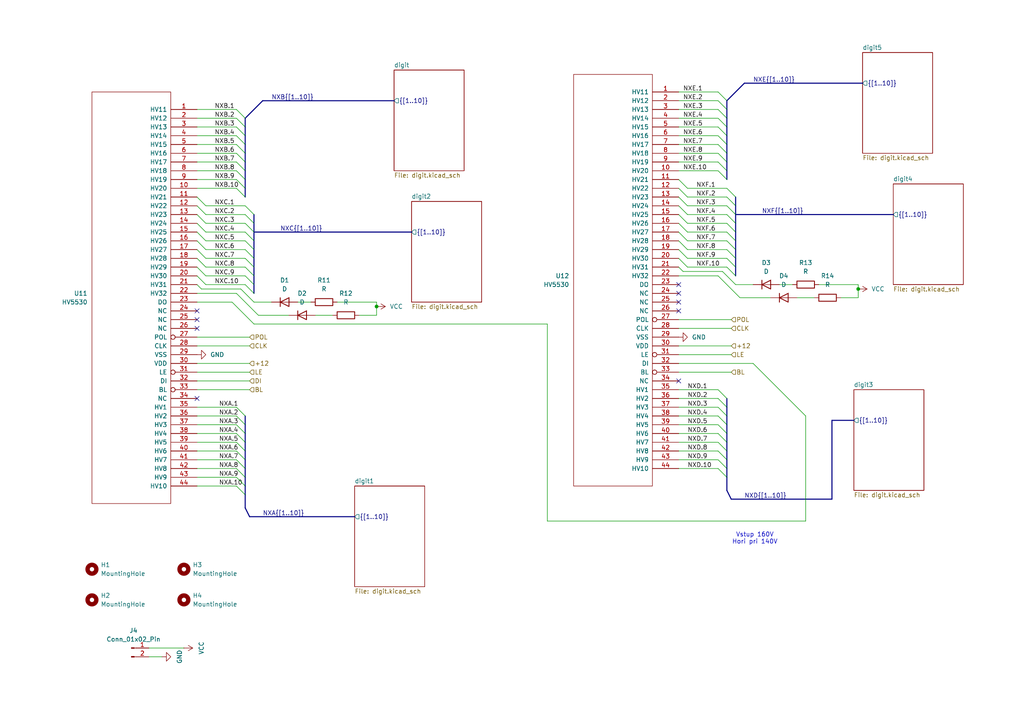
<source format=kicad_sch>
(kicad_sch (version 20250114) (generator "eeschema") (generator_version "9.0")
  (paper "A4")
  (title_block (title "6 digit nixie clock") (date "2025-04-11") (rev "0.1") (company "Tomas Kouba"))
  (lib_symbols
    (symbol "Connector:Conn_01x02_Pin" (pin_names (offset 1.016) (hide yes))
      (property "Reference" "J" (at 0 2.54 0))
      (property "Value" "Conn_01x02_Pin" (at 0 -5.08 0))
      (symbol "Conn_01x02_Pin_1_1"
        (rectangle (start 0.8636 0.127) (end 0 -0.127) (stroke (width 0.1524)) (fill (type outline)))
        (rectangle (start 0.8636 -2.413) (end 0 -2.667) (stroke (width 0.1524)) (fill (type outline)))
        (polyline (pts (xy 1.27 0) (xy 0.8636 0)) (stroke (width 0.1524)))
        (polyline (pts (xy 1.27 -2.54) (xy 0.8636 -2.54)) (stroke (width 0.1524)))
        (pin passive line (at 5.08 0 180) (length 3.81) (name "Pin_1") (number "1"))
        (pin passive line (at 5.08 -2.54 180) (length 3.81) (name "Pin_2") (number "2"))
      )
    )
    (symbol "Device:D" (pin_numbers (hide yes)) (pin_names (offset 1.016) (hide yes))
      (property "Reference" "D" (at 0 2.54 0))
      (property "Value" "D" (at 0 -2.54 0))
      (symbol "D_0_1"
        (polyline (pts (xy -1.27 1.27) (xy -1.27 -1.27)) (stroke (width 0.254)))
        (polyline (pts (xy 1.27 1.27) (xy 1.27 -1.27) (xy -1.27 0) (xy 1.27 1.27)) (stroke (width 0.254)))
        (polyline (pts (xy 1.27 0) (xy -1.27 0)))
      )
      (symbol "D_1_1"
        (pin passive line (at -3.81 0 0) (length 2.54) (name "K") (number "1"))
        (pin passive line (at 3.81 0 180) (length 2.54) (name "A") (number "2"))
      )
    )
    (symbol "Device:R" (pin_numbers (hide yes)) (pin_names (offset 0))
      (property "Reference" "R" (at 2.032 0 90))
      (property "Value" "R" (at 0 0 90))
      (symbol "R_0_1"
        (rectangle (start -1.016 -2.54) (end 1.016 2.54) (stroke (width 0.254)))
      )
      (symbol "R_1_1"
        (pin passive line (at 0 3.81 270) (length 1.27) (name "~") (number "1"))
        (pin passive line (at 0 -3.81 90) (length 1.27) (name "~") (number "2"))
      )
    )
    (symbol "Mechanical:MountingHole" (pin_names (offset 1.016)) (exclude_from_sim yes) (in_bom no)
      (property "Reference" "H" (at 0 5.08 0))
      (property "Value" "MountingHole" (at 0 3.175 0))
      (symbol "MountingHole_0_1"
        (circle (center 0 0) (radius 1.27) (stroke (width 1.27)))
      )
    )
    (symbol "power:GND" (power) (pin_numbers (hide yes)) (pin_names (offset 0) (hide yes))
      (property "Value" "GND" (at 0 -3.81 0))
      (symbol "GND_0_1"
        (polyline (pts (xy 0 0) (xy 0 -1.27) (xy 1.27 -1.27) (xy 0 -2.54) (xy -1.27 -1.27) (xy 0 -1.27)))
      )
      (symbol "GND_1_1"
        (pin power_in line (at 0 0 270) (length 0) (name "~") (number "1"))
      )
    )
    (symbol "power:VCC" (power) (pin_numbers (hide yes)) (pin_names (offset 0) (hide yes))
      (property "Value" "VCC" (at 0 3.556 0))
      (symbol "VCC_0_1"
        (polyline (pts (xy -0.762 1.27) (xy 0 2.54)))
        (polyline (pts (xy 0 2.54) (xy 0.762 1.27)))
        (polyline (pts (xy 0 0) (xy 0 2.54)))
      )
      (symbol "VCC_1_1"
        (pin power_in line (at 0 0 90) (length 0) (name "~") (number "1"))
      )
    )
    (symbol "tomas_lib:HV5530" (pin_names (offset 1.016))
      (property "Reference" "U" (at 0 -2.54 0))
      (property "Value" "HV5530" (at 0 2.54 0))
      (symbol "HV5530_1_0"
        (rectangle (start -11.43 -59.69) (end 11.43 59.69))
      )
      (symbol "HV5530_1_1"
        (pin output line (at -19.05 54.61 0) (length 7.62) (name "HV11") (number "1"))
        (pin output line (at -19.05 52.07 0) (length 7.62) (name "HV12") (number "2"))
        (pin output line (at -19.05 49.53 0) (length 7.62) (name "HV13") (number "3"))
        (pin output line (at -19.05 46.99 0) (length 7.62) (name "HV14") (number "4"))
        (pin output line (at -19.05 44.45 0) (length 7.62) (name "HV15") (number "5"))
        (pin output line (at -19.05 41.91 0) (length 7.62) (name "HV16") (number "6"))
        (pin output line (at -19.05 39.37 0) (length 7.62) (name "HV17") (number "7"))
        (pin output line (at -19.05 36.83 0) (length 7.62) (name "HV18") (number "8"))
        (pin output line (at -19.05 34.29 0) (length 7.62) (name "HV19") (number "9"))
        (pin output line (at -19.05 31.75 0) (length 7.62) (name "HV20") (number "10"))
        (pin output line (at -19.05 29.21 0) (length 7.62) (name "HV21") (number "11"))
        (pin output line (at -19.05 26.67 0) (length 7.62) (name "HV22") (number "12"))
        (pin output line (at -19.05 24.13 0) (length 7.62) (name "HV23") (number "13"))
        (pin output line (at -19.05 21.59 0) (length 7.62) (name "HV24") (number "14"))
        (pin output line (at -19.05 19.05 0) (length 7.62) (name "HV25") (number "15"))
        (pin output line (at -19.05 16.51 0) (length 7.62) (name "HV26") (number "16"))
        (pin output line (at -19.05 13.97 0) (length 7.62) (name "HV27") (number "17"))
        (pin output line (at -19.05 11.43 0) (length 7.62) (name "HV28") (number "18"))
        (pin output line (at -19.05 8.89 0) (length 7.62) (name "HV29") (number "19"))
        (pin output line (at -19.05 6.35 0) (length 7.62) (name "HV30") (number "20"))
        (pin output line (at -19.05 3.81 0) (length 7.62) (name "HV31") (number "21"))
        (pin output line (at -19.05 1.27 0) (length 7.62) (name "HV32") (number "22"))
        (pin input line (at -19.05 -1.27 0) (length 7.62) (name "DO") (number "23"))
        (pin input line (at -19.05 -3.81 0) (length 7.62) (name "NC") (number "24"))
        (pin input line (at -19.05 -6.35 0) (length 7.62) (name "NC") (number "25"))
        (pin input line (at -19.05 -8.89 0) (length 7.62) (name "NC") (number "26"))
        (pin input inverted (at -19.05 -11.43 0) (length 7.62) (name "POL") (number "27"))
        (pin input line (at -19.05 -13.97 0) (length 7.62) (name "CLK") (number "28"))
        (pin input line (at -19.05 -16.51 0) (length 7.62) (name "VSS") (number "29"))
        (pin input line (at -19.05 -19.05 0) (length 7.62) (name "VDD") (number "30"))
        (pin input inverted (at -19.05 -21.59 0) (length 7.62) (name "LE") (number "31"))
        (pin input line (at -19.05 -24.13 0) (length 7.62) (name "DI") (number "32"))
        (pin input inverted (at -19.05 -26.67 0) (length 7.62) (name "BL") (number "33"))
        (pin input line (at -19.05 -29.21 0) (length 7.62) (name "NC") (number "34"))
        (pin output line (at -19.05 -31.75 0) (length 7.62) (name "HV1") (number "35"))
        (pin output line (at -19.05 -34.29 0) (length 7.62) (name "HV2") (number "36"))
        (pin output line (at -19.05 -36.83 0) (length 7.62) (name "HV3") (number "37"))
        (pin output line (at -19.05 -39.37 0) (length 7.62) (name "HV4") (number "38"))
        (pin output line (at -19.05 -41.91 0) (length 7.62) (name "HV5") (number "39"))
        (pin output line (at -19.05 -44.45 0) (length 7.62) (name "HV6") (number "40"))
        (pin output line (at -19.05 -46.99 0) (length 7.62) (name "HV7") (number "41"))
        (pin output line (at -19.05 -49.53 0) (length 7.62) (name "HV8") (number "42"))
        (pin output line (at -19.05 -52.07 0) (length 7.62) (name "HV9") (number "43"))
        (pin open_collector line (at -19.05 -54.61 0) (length 7.62) (name "HV10") (number "44"))
      )
    )
  )
  (text "Vstup 160V\nHori pri 140V" (at 218.948 156.21 0) (effects (font (size 1.27 1.27))))
  (junction (at 248.92 83.82))
  (junction (at 109.22 88.9))
  (no_connect (at 196.85 82.55))
  (no_connect (at 196.85 85.09))
  (no_connect (at 57.15 95.25))
  (no_connect (at 196.85 110.49))
  (no_connect (at 57.15 115.57))
  (no_connect (at 196.85 90.17))
  (no_connect (at 57.15 92.71))
  (no_connect (at 196.85 87.63))
  (no_connect (at 57.15 90.17))
  (bus_entry (at 208.28 113.03) (size 2.54 2.54))
  (bus_entry (at 210.82 135.89) (size -2.54 -2.54))
  (bus_entry (at 210.82 118.11) (size -2.54 -2.54))
  (bus_entry (at 73.66 77.47) (size -2.54 -2.54))
  (bus_entry (at 210.82 54.61) (size 2.54 2.54))
  (bus_entry (at 210.82 36.83) (size -2.54 -2.54))
  (bus_entry (at 71.12 52.07) (size -2.54 -2.54))
  (bus_entry (at 210.82 128.27) (size -2.54 -2.54))
  (bus_entry (at 71.12 138.43) (size -2.54 -2.54))
  (bus_entry (at 213.36 80.01) (size -2.54 -2.54))
  (bus_entry (at 71.12 54.61) (size -2.54 -2.54))
  (bus_entry (at 73.66 64.77) (size -2.54 -2.54))
  (bus_entry (at 73.66 85.09) (size -2.54 -2.54))
  (bus_entry (at 71.12 128.27) (size -2.54 -2.54))
  (bus_entry (at 210.82 31.75) (size -2.54 -2.54))
  (bus_entry (at 210.82 44.45) (size -2.54 -2.54))
  (bus_entry (at 210.82 130.81) (size -2.54 -2.54))
  (bus_entry (at 73.66 82.55) (size -2.54 -2.54))
  (bus_entry (at 71.12 49.53) (size -2.54 -2.54))
  (bus_entry (at 73.66 69.85) (size -2.54 -2.54))
  (bus_entry (at 213.36 69.85) (size -2.54 -2.54))
  (bus_entry (at 71.12 143.51) (size -2.54 -2.54))
  (bus_entry (at 213.36 62.23) (size -2.54 -2.54))
  (bus_entry (at 73.66 67.31) (size -2.54 -2.54))
  (bus_entry (at 71.12 135.89) (size -2.54 -2.54))
  (bus_entry (at 68.58 31.75) (size 2.54 2.54))
  (bus_entry (at 71.12 140.97) (size -2.54 -2.54))
  (bus_entry (at 68.58 118.11) (size 2.54 2.54))
  (bus_entry (at 71.12 59.69) (size 2.54 2.54))
  (bus_entry (at 210.82 123.19) (size -2.54 -2.54))
  (bus_entry (at 210.82 133.35) (size -2.54 -2.54))
  (bus_entry (at 210.82 34.29) (size -2.54 -2.54))
  (bus_entry (at 210.82 41.91) (size -2.54 -2.54))
  (bus_entry (at 210.82 125.73) (size -2.54 -2.54))
  (bus_entry (at 71.12 130.81) (size -2.54 -2.54))
  (bus_entry (at 210.82 120.65) (size -2.54 -2.54))
  (bus_entry (at 71.12 36.83) (size -2.54 -2.54))
  (bus_entry (at 73.66 80.01) (size -2.54 -2.54))
  (bus_entry (at 210.82 39.37) (size -2.54 -2.54))
  (bus_entry (at 210.82 52.07) (size -2.54 -2.54))
  (bus_entry (at 71.12 46.99) (size -2.54 -2.54))
  (bus_entry (at 71.12 39.37) (size -2.54 -2.54))
  (bus_entry (at 71.12 41.91) (size -2.54 -2.54))
  (bus_entry (at 213.36 74.93) (size -2.54 -2.54))
  (bus_entry (at 213.36 77.47) (size -2.54 -2.54))
  (bus_entry (at 71.12 57.15) (size -2.54 -2.54))
  (bus_entry (at 73.66 74.93) (size -2.54 -2.54))
  (bus_entry (at 210.82 138.43) (size -2.54 -2.54))
  (bus_entry (at 208.28 26.67) (size 2.54 2.54))
  (bus_entry (at 210.82 49.53) (size -2.54 -2.54))
  (bus_entry (at 213.36 67.31) (size -2.54 -2.54))
  (bus_entry (at 73.66 72.39) (size -2.54 -2.54))
  (bus_entry (at 71.12 133.35) (size -2.54 -2.54))
  (bus_entry (at 213.36 59.69) (size -2.54 -2.54))
  (bus_entry (at 71.12 44.45) (size -2.54 -2.54))
  (bus_entry (at 71.12 125.73) (size -2.54 -2.54))
  (bus_entry (at 71.12 123.19) (size -2.54 -2.54))
  (bus_entry (at 213.36 72.39) (size -2.54 -2.54))
  (bus_entry (at 210.82 46.99) (size -2.54 -2.54))
  (bus_entry (at 213.36 64.77) (size -2.54 -2.54))
  (wire (pts (xy 86.36 87.63) (xy 90.17 87.63)))
  (wire (pts (xy 196.85 105.41) (xy 218.44 105.41)))
  (wire (pts (xy 71.12 82.55) (xy 59.69 82.55)))
  (wire (pts (xy 71.12 80.01) (xy 59.69 80.01)))
  (bus (pts (xy 241.3 121.92) (xy 247.65 121.92)))
  (bus (pts (xy 71.12 130.81) (xy 71.12 133.35)))
  (wire (pts (xy 196.85 44.45) (xy 208.28 44.45)))
  (bus (pts (xy 210.82 133.35) (xy 210.82 135.89)))
  (bus (pts (xy 114.3 29.21) (xy 76.2 29.21)))
  (wire (pts (xy 199.39 59.69) (xy 196.85 57.15)))
  (wire (pts (xy 196.85 80.01) (xy 208.28 80.01)))
  (bus (pts (xy 213.36 77.47) (xy 213.36 80.01)))
  (wire (pts (xy 196.85 41.91) (xy 208.28 41.91)))
  (wire (pts (xy 71.12 69.85) (xy 59.69 69.85)))
  (wire (pts (xy 57.15 105.41) (xy 72.39 105.41)))
  (bus (pts (xy 210.82 130.81) (xy 210.82 133.35)))
  (bus (pts (xy 210.82 31.75) (xy 210.82 34.29)))
  (wire (pts (xy 199.39 54.61) (xy 196.85 52.07)))
  (bus (pts (xy 71.12 120.65) (xy 71.12 123.19)))
  (wire (pts (xy 57.15 34.29) (xy 68.58 34.29)))
  (wire (pts (xy 109.22 91.44) (xy 104.14 91.44)))
  (wire (pts (xy 210.82 77.47) (xy 199.39 77.47)))
  (wire (pts (xy 59.69 72.39) (xy 57.15 69.85)))
  (wire (pts (xy 57.15 44.45) (xy 68.58 44.45)))
  (wire (pts (xy 59.69 82.55) (xy 57.15 80.01)))
  (wire (pts (xy 43.18 190.5) (xy 46.99 190.5)))
  (wire (pts (xy 196.85 135.89) (xy 208.28 135.89)))
  (wire (pts (xy 73.66 93.98) (xy 158.75 93.98)))
  (wire (pts (xy 59.69 64.77) (xy 57.15 62.23)))
  (wire (pts (xy 218.44 82.55) (xy 213.36 82.55)))
  (wire (pts (xy 196.85 46.99) (xy 208.28 46.99)))
  (bus (pts (xy 71.12 133.35) (xy 71.12 135.89)))
  (wire (pts (xy 57.15 52.07) (xy 68.58 52.07)))
  (wire (pts (xy 248.92 86.36) (xy 243.84 86.36)))
  (wire (pts (xy 71.12 62.23) (xy 59.69 62.23)))
  (wire (pts (xy 57.15 133.35) (xy 68.58 133.35)))
  (bus (pts (xy 210.82 128.27) (xy 210.82 130.81)))
  (wire (pts (xy 71.12 74.93) (xy 59.69 74.93)))
  (bus (pts (xy 73.66 67.31) (xy 73.66 69.85)))
  (wire (pts (xy 210.82 62.23) (xy 199.39 62.23)))
  (bus (pts (xy 213.36 74.93) (xy 213.36 77.47)))
  (wire (pts (xy 71.12 67.31) (xy 59.69 67.31)))
  (wire (pts (xy 57.15 123.19) (xy 68.58 123.19)))
  (bus (pts (xy 213.36 59.69) (xy 213.36 62.23)))
  (wire (pts (xy 57.15 120.65) (xy 68.58 120.65)))
  (bus (pts (xy 210.82 138.43) (xy 210.82 142.24)))
  (wire (pts (xy 196.85 133.35) (xy 208.28 133.35)))
  (wire (pts (xy 57.15 87.63) (xy 67.31 87.63)))
  (wire (pts (xy 196.85 49.53) (xy 208.28 49.53)))
  (wire (pts (xy 196.85 130.81) (xy 208.28 130.81)))
  (wire (pts (xy 57.15 49.53) (xy 68.58 49.53)))
  (wire (pts (xy 196.85 125.73) (xy 208.28 125.73)))
  (bus (pts (xy 71.12 123.19) (xy 71.12 125.73)))
  (wire (pts (xy 59.69 77.47) (xy 57.15 74.93)))
  (wire (pts (xy 71.12 77.47) (xy 59.69 77.47)))
  (wire (pts (xy 210.82 59.69) (xy 199.39 59.69)))
  (bus (pts (xy 72.39 149.86) (xy 102.87 149.86)))
  (wire (pts (xy 91.44 91.44) (xy 96.52 91.44)))
  (wire (pts (xy 199.39 74.93) (xy 196.85 72.39)))
  (wire (pts (xy 74.93 91.44) (xy 68.58 85.09)))
  (bus (pts (xy 73.66 62.23) (xy 73.66 64.77)))
  (wire (pts (xy 231.14 86.36) (xy 236.22 86.36)))
  (bus (pts (xy 210.82 125.73) (xy 210.82 128.27)))
  (bus (pts (xy 71.12 135.89) (xy 71.12 138.43)))
  (bus (pts (xy 210.82 44.45) (xy 210.82 46.99)))
  (wire (pts (xy 196.85 92.71) (xy 212.09 92.71)))
  (bus (pts (xy 73.66 72.39) (xy 73.66 74.93)))
  (wire (pts (xy 57.15 113.03) (xy 72.39 113.03)))
  (wire (pts (xy 248.92 82.55) (xy 248.92 83.82)))
  (wire (pts (xy 43.18 187.96) (xy 53.34 187.96)))
  (wire (pts (xy 210.82 54.61) (xy 199.39 54.61)))
  (wire (pts (xy 109.22 87.63) (xy 109.22 88.9)))
  (bus (pts (xy 71.12 34.29) (xy 71.12 36.83)))
  (bus (pts (xy 73.66 77.47) (xy 73.66 80.01)))
  (bus (pts (xy 71.12 41.91) (xy 71.12 44.45)))
  (wire (pts (xy 213.36 82.55) (xy 209.55 78.74)))
  (wire (pts (xy 196.85 36.83) (xy 208.28 36.83)))
  (wire (pts (xy 57.15 36.83) (xy 68.58 36.83)))
  (wire (pts (xy 196.85 34.29) (xy 208.28 34.29)))
  (bus (pts (xy 210.82 34.29) (xy 210.82 36.83)))
  (wire (pts (xy 210.82 64.77) (xy 199.39 64.77)))
  (wire (pts (xy 198.12 78.74) (xy 196.85 77.47)))
  (wire (pts (xy 196.85 115.57) (xy 208.28 115.57)))
  (wire (pts (xy 57.15 125.73) (xy 68.58 125.73)))
  (wire (pts (xy 199.39 77.47) (xy 196.85 74.93)))
  (bus (pts (xy 71.12 52.07) (xy 71.12 54.61)))
  (wire (pts (xy 83.82 91.44) (xy 74.93 91.44)))
  (wire (pts (xy 69.85 83.82) (xy 58.42 83.82)))
  (wire (pts (xy 210.82 67.31) (xy 199.39 67.31)))
  (wire (pts (xy 57.15 130.81) (xy 68.58 130.81)))
  (wire (pts (xy 237.49 82.55) (xy 248.92 82.55)))
  (wire (pts (xy 71.12 64.77) (xy 59.69 64.77)))
  (wire (pts (xy 57.15 46.99) (xy 68.58 46.99)))
  (wire (pts (xy 196.85 123.19) (xy 208.28 123.19)))
  (bus (pts (xy 73.66 64.77) (xy 73.66 67.31)))
  (bus (pts (xy 212.09 144.78) (xy 210.82 142.24)))
  (wire (pts (xy 196.85 100.33) (xy 212.09 100.33)))
  (bus (pts (xy 71.12 143.51) (xy 71.12 147.32)))
  (wire (pts (xy 196.85 107.95) (xy 212.09 107.95)))
  (bus (pts (xy 215.9 24.13) (xy 210.82 29.21)))
  (wire (pts (xy 73.66 87.63) (xy 69.85 83.82)))
  (wire (pts (xy 214.63 86.36) (xy 208.28 80.01)))
  (wire (pts (xy 196.85 29.21) (xy 208.28 29.21)))
  (wire (pts (xy 210.82 57.15) (xy 199.39 57.15)))
  (wire (pts (xy 59.69 69.85) (xy 57.15 67.31)))
  (wire (pts (xy 196.85 118.11) (xy 208.28 118.11)))
  (wire (pts (xy 196.85 102.87) (xy 212.09 102.87)))
  (bus (pts (xy 210.82 36.83) (xy 210.82 39.37)))
  (wire (pts (xy 57.15 97.79) (xy 72.39 97.79)))
  (bus (pts (xy 71.12 125.73) (xy 71.12 128.27)))
  (wire (pts (xy 57.15 100.33) (xy 72.39 100.33)))
  (wire (pts (xy 199.39 69.85) (xy 196.85 67.31)))
  (wire (pts (xy 57.15 39.37) (xy 68.58 39.37)))
  (wire (pts (xy 59.69 67.31) (xy 57.15 64.77)))
  (wire (pts (xy 196.85 31.75) (xy 208.28 31.75)))
  (bus (pts (xy 71.12 46.99) (xy 71.12 49.53)))
  (wire (pts (xy 199.39 67.31) (xy 196.85 64.77)))
  (bus (pts (xy 213.36 62.23) (xy 259.08 62.23)))
  (wire (pts (xy 199.39 62.23) (xy 196.85 59.69)))
  (bus (pts (xy 71.12 138.43) (xy 71.12 140.97)))
  (bus (pts (xy 210.82 118.11) (xy 210.82 120.65)))
  (wire (pts (xy 67.31 87.63) (xy 73.66 93.98)))
  (bus (pts (xy 210.82 39.37) (xy 210.82 41.91)))
  (bus (pts (xy 210.82 120.65) (xy 210.82 123.19)))
  (bus (pts (xy 213.36 72.39) (xy 213.36 74.93)))
  (bus (pts (xy 71.12 36.83) (xy 71.12 39.37)))
  (bus (pts (xy 213.36 62.23) (xy 213.36 64.77)))
  (wire (pts (xy 59.69 59.69) (xy 57.15 57.15)))
  (wire (pts (xy 226.06 82.55) (xy 229.87 82.55)))
  (bus (pts (xy 72.39 149.86) (xy 71.12 147.32)))
  (bus (pts (xy 71.12 140.97) (xy 71.12 143.51)))
  (wire (pts (xy 199.39 64.77) (xy 196.85 62.23)))
  (wire (pts (xy 59.69 62.23) (xy 57.15 59.69)))
  (wire (pts (xy 57.15 140.97) (xy 68.58 140.97)))
  (wire (pts (xy 57.15 41.91) (xy 68.58 41.91)))
  (wire (pts (xy 57.15 110.49) (xy 72.39 110.49)))
  (wire (pts (xy 71.12 59.69) (xy 59.69 59.69)))
  (bus (pts (xy 73.66 67.31) (xy 119.38 67.31)))
  (wire (pts (xy 59.69 80.01) (xy 57.15 77.47)))
  (wire (pts (xy 196.85 113.03) (xy 208.28 113.03)))
  (wire (pts (xy 223.52 86.36) (xy 214.63 86.36)))
  (wire (pts (xy 158.75 93.98) (xy 158.75 151.13)))
  (wire (pts (xy 57.15 107.95) (xy 72.39 107.95)))
  (wire (pts (xy 78.74 87.63) (xy 73.66 87.63)))
  (wire (pts (xy 57.15 118.11) (xy 68.58 118.11)))
  (bus (pts (xy 71.12 44.45) (xy 71.12 46.99)))
  (bus (pts (xy 210.82 46.99) (xy 210.82 49.53)))
  (wire (pts (xy 57.15 54.61) (xy 68.58 54.61)))
  (wire (pts (xy 196.85 120.65) (xy 208.28 120.65)))
  (wire (pts (xy 199.39 57.15) (xy 196.85 54.61)))
  (bus (pts (xy 73.66 69.85) (xy 73.66 72.39)))
  (wire (pts (xy 196.85 95.25) (xy 212.09 95.25)))
  (wire (pts (xy 233.68 120.65) (xy 218.44 105.41)))
  (bus (pts (xy 71.12 49.53) (xy 71.12 52.07)))
  (wire (pts (xy 109.22 88.9) (xy 109.22 91.44)))
  (bus (pts (xy 210.82 49.53) (xy 210.82 52.07)))
  (bus (pts (xy 210.82 115.57) (xy 210.82 118.11)))
  (wire (pts (xy 97.79 87.63) (xy 109.22 87.63)))
  (bus (pts (xy 71.12 39.37) (xy 71.12 41.91)))
  (wire (pts (xy 158.75 151.13) (xy 233.68 151.13)))
  (wire (pts (xy 210.82 74.93) (xy 199.39 74.93)))
  (bus (pts (xy 210.82 135.89) (xy 210.82 138.43)))
  (wire (pts (xy 57.15 128.27) (xy 68.58 128.27)))
  (bus (pts (xy 241.3 121.92) (xy 241.3 144.78)))
  (wire (pts (xy 58.42 83.82) (xy 57.15 82.55)))
  (wire (pts (xy 199.39 72.39) (xy 196.85 69.85)))
  (wire (pts (xy 209.55 78.74) (xy 198.12 78.74)))
  (wire (pts (xy 233.68 151.13) (xy 233.68 120.65)))
  (bus (pts (xy 73.66 82.55) (xy 73.66 85.09)))
  (wire (pts (xy 210.82 72.39) (xy 199.39 72.39)))
  (bus (pts (xy 213.36 67.31) (xy 213.36 69.85)))
  (wire (pts (xy 196.85 26.67) (xy 208.28 26.67)))
  (bus (pts (xy 71.12 54.61) (xy 71.12 57.15)))
  (wire (pts (xy 210.82 69.85) (xy 199.39 69.85)))
  (bus (pts (xy 241.3 144.78) (xy 212.09 144.78)))
  (wire (pts (xy 248.92 83.82) (xy 248.92 86.36)))
  (wire (pts (xy 57.15 138.43) (xy 68.58 138.43)))
  (bus (pts (xy 73.66 74.93) (xy 73.66 77.47)))
  (bus (pts (xy 71.12 128.27) (xy 71.12 130.81)))
  (wire (pts (xy 196.85 128.27) (xy 208.28 128.27)))
  (wire (pts (xy 59.69 74.93) (xy 57.15 72.39)))
  (wire (pts (xy 57.15 31.75) (xy 68.58 31.75)))
  (bus (pts (xy 213.36 57.15) (xy 213.36 59.69)))
  (wire (pts (xy 57.15 85.09) (xy 68.58 85.09)))
  (bus (pts (xy 210.82 29.21) (xy 210.82 31.75)))
  (wire (pts (xy 196.85 39.37) (xy 208.28 39.37)))
  (wire (pts (xy 57.15 135.89) (xy 68.58 135.89)))
  (bus (pts (xy 73.66 80.01) (xy 73.66 82.55)))
  (bus (pts (xy 213.36 69.85) (xy 213.36 72.39)))
  (bus (pts (xy 210.82 123.19) (xy 210.82 125.73)))
  (bus (pts (xy 213.36 64.77) (xy 213.36 67.31)))
  (bus (pts (xy 215.9 24.13) (xy 250.19 24.13)))
  (bus (pts (xy 210.82 41.91) (xy 210.82 44.45)))
  (wire (pts (xy 71.12 72.39) (xy 59.69 72.39)))
  (bus (pts (xy 76.2 29.21) (xy 71.12 34.29)))
  (label "NXC.3" (at 62.23 64.77 0))
  (label "NXD.9" (at 199.39 133.35 0))
  (label "NXF.3" (at 201.93 59.69 0))
  (label "NXD.2" (at 199.39 115.57 0))
  (label "NXE.10" (at 198.12 49.53 0))
  (label "NXD.10" (at 199.39 135.89 0))
  (label "NXA.9" (at 63.5 138.43 0))
  (label "NXB.8" (at 62.23 49.53 0))
  (label "NXA.8" (at 63.5 135.89 0))
  (label "NXE.8" (at 198.12 44.45 0))
  (label "NXA.5" (at 63.5 128.27 0))
  (label "NXF.9" (at 201.93 74.93 0))
  (label "NXB.3" (at 62.23 36.83 0))
  (label "NXB.6" (at 62.23 44.45 0))
  (label "NXB.4" (at 62.23 39.37 0))
  (label "NXC{[1..10]}" (at 81.28 67.31 0))
  (label "NXD.5" (at 199.39 123.19 0))
  (label "NXD{[1..10]}" (at 215.9 144.78 0))
  (label "NXB{[1..10]}" (at 78.74 29.21 0))
  (label "NXC.7" (at 62.23 74.93 0))
  (label "NXC.10" (at 62.23 82.55 0))
  (label "NXE.4" (at 198.12 34.29 0))
  (label "NXB.9" (at 62.23 52.07 0))
  (label "NXA.10" (at 63.5 140.97 0))
  (label "NXE.2" (at 198.12 29.21 0))
  (label "NXC.2" (at 62.23 62.23 0))
  (label "NXA.1" (at 63.5 118.11 0))
  (label "NXF.10" (at 201.93 77.47 0))
  (label "NXB.10" (at 62.23 54.61 0))
  (label "NXA.3" (at 63.5 123.19 0))
  (label "NXE.6" (at 198.12 39.37 0))
  (label "NXC.6" (at 62.23 72.39 0))
  (label "NXF.5" (at 201.93 64.77 0))
  (label "NXA.4" (at 63.5 125.73 0))
  (label "NXE.9" (at 198.12 46.99 0))
  (label "NXF.6" (at 201.93 67.31 0))
  (label "NXB.5" (at 62.23 41.91 0))
  (label "NXF.1" (at 201.93 54.61 0))
  (label "NXF.7" (at 201.93 69.85 0))
  (label "NXD.1" (at 199.39 113.03 0))
  (label "NXB.7" (at 62.23 46.99 0))
  (label "NXE.1" (at 198.12 26.67 0))
  (label "NXD.4" (at 199.39 120.65 0))
  (label "NXC.8" (at 62.23 77.47 0))
  (label "NXE{[1..10]}" (at 218.44 24.13 0))
  (label "NXD.3" (at 199.39 118.11 0))
  (label "NXF{[1..10]}" (at 220.98 62.23 0))
  (label "NXF.8" (at 201.93 72.39 0))
  (label "NXA{[1..10]}" (at 76.2 149.86 0))
  (label "NXA.2" (at 63.5 120.65 0))
  (label "NXF.2" (at 201.93 57.15 0))
  (label "NXC.5" (at 62.23 69.85 0))
  (label "NXC.1" (at 62.23 59.69 0))
  (label "NXE.7" (at 198.12 41.91 0))
  (label "NXB.2" (at 62.23 34.29 0))
  (label "NXA.6" (at 63.5 130.81 0))
  (label "NXA.7" (at 63.5 133.35 0))
  (label "NXE.3" (at 198.12 31.75 0))
  (label "NXC.9" (at 62.23 80.01 0))
  (label "NXD.6" (at 199.39 125.73 0))
  (label "NXE.5" (at 198.12 36.83 0))
  (label "NXF.4" (at 201.93 62.23 0))
  (label "NXD.7" (at 199.39 128.27 0))
  (label "NXC.4" (at 62.23 67.31 0))
  (label "NXB.1" (at 62.23 31.75 0))
  (label "NXD.8" (at 199.39 130.81 0))
  (hierarchical_label "DI" (shape input) (at 72.39 110.49 0))
  (hierarchical_label "BL" (shape input) (at 72.39 113.03 0))
  (hierarchical_label "LE" (shape input) (at 72.39 107.95 0))
  (hierarchical_label "POL" (shape input) (at 72.39 97.79 0))
  (hierarchical_label "LE" (shape input) (at 212.09 102.87 0))
  (hierarchical_label "BL" (shape input) (at 212.09 107.95 0))
  (hierarchical_label "CLK" (shape input) (at 212.09 95.25 0))
  (hierarchical_label "+12" (shape input) (at 72.39 105.41 0))
  (hierarchical_label "POL" (shape input) (at 212.09 92.71 0))
  (hierarchical_label "CLK" (shape input) (at 72.39 100.33 0))
  (hierarchical_label "+12" (shape input) (at 212.09 100.33 0))
  (symbol (lib_id "Mechanical:MountingHole") (at 53.34 165.1 0) (unit 1) (exclude_from_sim yes) (in_bom no)
    (property "Reference" "H3" (at 55.88 163.8299 0) (effects (justify left)))
    (property "Value" "MountingHole" (at 55.88 166.3699 0) (effects (justify left)))
    (property "Footprint" "MountingHole:MountingHole_3.2mm_M3" (effects (hide yes)))
    (property "Description" "Mounting Hole without connection" (effects (hide yes)))
  )
  (symbol (lib_id "Mechanical:MountingHole") (at 26.67 173.99 0) (unit 1) (exclude_from_sim yes) (in_bom no)
    (property "Reference" "H2" (at 29.21 172.7199 0) (effects (justify left)))
    (property "Value" "MountingHole" (at 29.21 175.2599 0) (effects (justify left)))
    (property "Footprint" "MountingHole:MountingHole_3.2mm_M3" (effects (hide yes)))
    (property "Description" "Mounting Hole without connection" (effects (hide yes)))
  )
  (symbol (lib_id "Mechanical:MountingHole") (at 53.34 173.99 0) (unit 1) (exclude_from_sim yes) (in_bom no)
    (property "Reference" "H4" (at 55.88 172.7199 0) (effects (justify left)))
    (property "Value" "MountingHole" (at 55.88 175.2599 0) (effects (justify left)))
    (property "Footprint" "MountingHole:MountingHole_3.2mm_M3" (effects (hide yes)))
    (property "Description" "Mounting Hole without connection" (effects (hide yes)))
  )
  (symbol (lib_id "power:GND") (at 196.85 97.79 90) (unit 1)
    (property "Reference" "#PWR028" (effects (hide yes)))
    (property "Value" "GND" (at 200.66 97.7899 90) (effects (justify right)))
    (property "Description" "Power symbol creates a global label with name \"GND\" , ground" (effects (hide yes)))
  )
  (symbol (lib_id "Device:D") (at 227.33 86.36 0) (unit 1)
    (property "Reference" "D4" (at 227.33 80.01 0))
    (property "Value" "D" (at 227.33 82.55 0))
    (property "Footprint" "Capacitor_THT:CP_Radial_D8.0mm_P5.00mm" (effects (hide yes)))
    (property "Description" "Diode" (effects (hide yes)))
    (property "Sim.Device" "D" (effects (hide yes)))
    (property "Sim.Pins" "1=K 2=A" (effects (hide yes)))
  )
  (symbol (lib_id "Device:R") (at 240.03 86.36 90) (unit 1)
    (property "Reference" "R14" (at 240.03 80.01 90))
    (property "Value" "R" (at 240.03 82.55 90))
    (property "Footprint" "Resistor_SMD:R_1206_3216Metric" (effects (hide yes)))
    (property "Description" "Resistor" (effects (hide yes)))
  )
  (symbol (lib_id "Device:D") (at 82.55 87.63 0) (unit 1)
    (property "Reference" "D1" (at 82.55 81.28 0))
    (property "Value" "D" (at 82.55 83.82 0))
    (property "Footprint" "Capacitor_THT:CP_Radial_D8.0mm_P5.00mm" (effects (hide yes)))
    (property "Description" "Diode" (effects (hide yes)))
    (property "Sim.Device" "D" (effects (hide yes)))
    (property "Sim.Pins" "1=K 2=A" (effects (hide yes)))
  )
  (symbol (lib_id "power:VCC") (at 53.34 187.96 270) (unit 1)
    (property "Reference" "#PWR033" (effects (hide yes)))
    (property "Value" "VCC" (at 58.42 187.96 0))
    (property "Description" "Power symbol creates a global label with name \"VCC\"" (effects (hide yes)))
  )
  (symbol (lib_id "Device:D") (at 87.63 91.44 0) (unit 1)
    (property "Reference" "D2" (at 87.63 85.09 0))
    (property "Value" "D" (at 87.63 87.63 0))
    (property "Footprint" "Capacitor_THT:CP_Radial_D8.0mm_P5.00mm" (effects (hide yes)))
    (property "Description" "Diode" (effects (hide yes)))
    (property "Sim.Device" "D" (effects (hide yes)))
    (property "Sim.Pins" "1=K 2=A" (effects (hide yes)))
  )
  (symbol (lib_id "Device:R") (at 93.98 87.63 270) (unit 1)
    (property "Reference" "R11" (at 93.98 81.28 90))
    (property "Value" "R" (at 93.98 83.82 90))
    (property "Footprint" "Resistor_SMD:R_1206_3216Metric" (effects (hide yes)))
    (property "Description" "Resistor" (effects (hide yes)))
  )
  (symbol (lib_id "tomas_lib:HV5530") (at 38.1 86.36 0) (mirror y) (unit 1)
    (property "Reference" "U11" (at 25.4 85.0899 0) (effects (justify left)))
    (property "Value" "HV5530" (at 25.4 87.6299 0) (effects (justify left)))
    (property "Footprint" "tomas_lib:PQFP-44_HV5530" (effects (hide yes)))
    (property "Datasheet" "DOCUMENTATION" (effects (hide yes)))
  )
  (symbol (lib_id "Connector:Conn_01x02_Pin") (at 38.1 187.96 0) (unit 1)
    (property "Reference" "J4" (at 38.735 182.88 0))
    (property "Value" "Conn_01x02_Pin" (at 38.735 185.42 0))
    (property "Footprint" "Connector_Phoenix_MC:PhoenixContact_MCV_1,5_2-G-3.5_1x02_P3.50mm_Vertical" (effects (hide yes)))
    (property "Description" "Generic connector, single row, 01x02, script generated" (effects (hide yes)))
  )
  (symbol (lib_id "Device:R") (at 233.68 82.55 270) (unit 1)
    (property "Reference" "R13" (at 233.68 76.2 90))
    (property "Value" "R" (at 233.68 78.74 90))
    (property "Footprint" "Resistor_SMD:R_1206_3216Metric" (effects (hide yes)))
    (property "Description" "Resistor" (effects (hide yes)))
  )
  (symbol (lib_id "Device:D") (at 222.25 82.55 0) (unit 1)
    (property "Reference" "D3" (at 222.25 76.2 0))
    (property "Value" "D" (at 222.25 78.74 0))
    (property "Footprint" "Capacitor_THT:CP_Radial_D8.0mm_P5.00mm" (effects (hide yes)))
    (property "Description" "Diode" (effects (hide yes)))
    (property "Sim.Device" "D" (effects (hide yes)))
    (property "Sim.Pins" "1=K 2=A" (effects (hide yes)))
  )
  (symbol (lib_id "Device:R") (at 100.33 91.44 90) (unit 1)
    (property "Reference" "R12" (at 100.33 85.09 90))
    (property "Value" "R" (at 100.33 87.63 90))
    (property "Footprint" "Resistor_SMD:R_1206_3216Metric" (effects (hide yes)))
    (property "Description" "Resistor" (effects (hide yes)))
  )
  (symbol (lib_id "tomas_lib:HV5530") (at 177.8 81.28 0) (mirror y) (unit 1)
    (property "Reference" "U12" (at 165.1 80.0099 0) (effects (justify left)))
    (property "Value" "HV5530" (at 165.1 82.5499 0) (effects (justify left)))
    (property "Footprint" "tomas_lib:PQFP-44_HV5530" (effects (hide yes)))
    (property "Datasheet" "DOCUMENTATION" (effects (hide yes)))
  )
  (symbol (lib_id "Mechanical:MountingHole") (at 26.67 165.1 0) (unit 1) (exclude_from_sim yes) (in_bom no)
    (property "Reference" "H1" (at 29.21 163.8299 0) (effects (justify left)))
    (property "Value" "MountingHole" (at 29.21 166.3699 0) (effects (justify left)))
    (property "Footprint" "MountingHole:MountingHole_3.2mm_M3" (effects (hide yes)))
    (property "Description" "Mounting Hole without connection" (effects (hide yes)))
  )
  (symbol (lib_id "power:GND") (at 46.99 190.5 90) (unit 1)
    (property "Reference" "#PWR031" (effects (hide yes)))
    (property "Value" "GND" (at 52.07 190.5 0))
    (property "Description" "Power symbol creates a global label with name \"GND\" , ground" (effects (hide yes)))
  )
  (symbol (lib_id "power:VCC") (at 109.22 88.9 270) (unit 1)
    (property "Reference" "#PWR027" (effects (hide yes)))
    (property "Value" "VCC" (at 113.03 88.8999 90) (effects (justify left)))
    (property "Description" "Power symbol creates a global label with name \"VCC\"" (effects (hide yes)))
  )
  (symbol (lib_id "power:GND") (at 57.15 102.87 90) (unit 1)
    (property "Reference" "#PWR025" (effects (hide yes)))
    (property "Value" "GND" (at 60.96 102.8699 90) (effects (justify right)))
    (property "Description" "Power symbol creates a global label with name \"GND\" , ground" (effects (hide yes)))
  )
  (symbol (lib_id "power:VCC") (at 248.92 83.82 270) (unit 1)
    (property "Reference" "#PWR030" (effects (hide yes)))
    (property "Value" "VCC" (at 252.73 83.8199 90) (effects (justify left)))
    (property "Description" "Power symbol creates a global label with name \"VCC\"" (effects (hide yes)))
  )
  (sheet (at 247.65 113.03) (size 20.32 29.21) (stroke (width 0.1524))
    (property "Sheetname" "digit3" (at 247.65 112.3184 0) (effects (justify left bottom)))
    (property "Sheetfile" "digit.kicad_sch" (at 247.65 142.8246 0) (effects (justify left top)))
    (pin "{[1..10]}" output (at 247.65 121.92 180))
  )
  (sheet (at 119.38 58.42) (size 20.32 29.21) (stroke (width 0.1524))
    (property "Sheetname" "digit2" (at 119.38 57.7084 0) (effects (justify left bottom)))
    (property "Sheetfile" "digit.kicad_sch" (at 119.38 88.2146 0) (effects (justify left top)))
    (pin "{[1..10]}" output (at 119.38 67.31 180))
  )
  (sheet (at 102.87 140.97) (size 20.32 29.21) (stroke (width 0.1524))
    (property "Sheetname" "digit1" (at 102.87 140.2584 0) (effects (justify left bottom)))
    (property "Sheetfile" "digit.kicad_sch" (at 102.87 170.7646 0) (effects (justify left top)))
    (pin "{[1..10]}" output (at 102.87 149.86 180))
  )
  (sheet (at 114.3 20.32) (size 20.32 29.21) (stroke (width 0.1524))
    (property "Sheetname" "digit" (at 114.3 19.6084 0) (effects (justify left bottom)))
    (property "Sheetfile" "digit.kicad_sch" (at 114.3 50.1146 0) (effects (justify left top)))
    (pin "{[1..10]}" output (at 114.3 29.21 180))
  )
  (sheet (at 250.19 15.24) (size 20.32 29.21) (stroke (width 0.1524))
    (property "Sheetname" "digit5" (at 250.19 14.5284 0) (effects (justify left bottom)))
    (property "Sheetfile" "digit.kicad_sch" (at 250.19 45.0346 0) (effects (justify left top)))
    (pin "{[1..10]}" output (at 250.19 24.13 180))
  )
  (sheet (at 259.08 53.34) (size 20.32 29.21) (stroke (width 0.1524))
    (property "Sheetname" "digit4" (at 259.08 52.6284 0) (effects (justify left bottom)))
    (property "Sheetfile" "digit.kicad_sch" (at 259.08 83.1346 0) (effects (justify left top)))
    (pin "{[1..10]}" output (at 259.08 62.23 180))
  )
)
</source>
